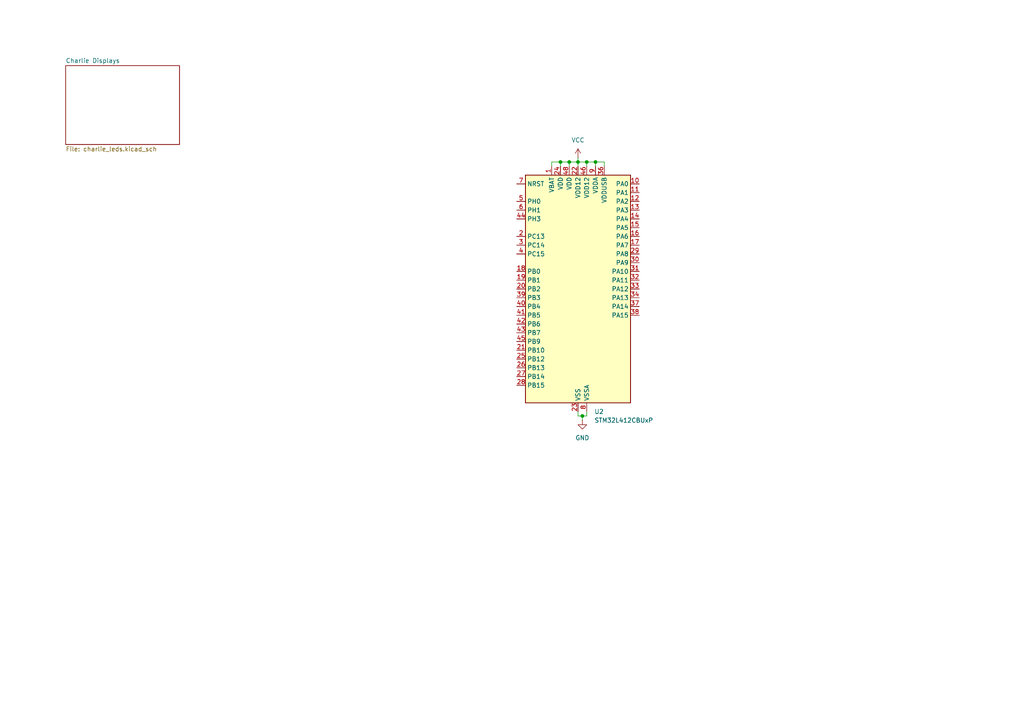
<source format=kicad_sch>
(kicad_sch (version 20231120) (generator "eeschema") (generator_version "8.0")
  (paper "A4")
  (lib_symbols
    (symbol "MCU_ST_STM32L4:STM32L412CBUxP"
      (property "Reference" "U" (at -15.24 34.29 0))
      (property "Value" "STM32L412CBUxP" (at 10.16 34.29 0))
      (symbol "STM32L412CBUxP_0_1"
        (rectangle (start -15.24 -33.02) (end 15.24 33.02) (stroke (width 0.254)) (fill (type background)))
      )
      (symbol "STM32L412CBUxP_1_1"
        (pin power_in line (at -7.62 35.56 270) (length 2.54) (name "VBAT") (number "1"))
        (pin bidirectional line (at 17.78 30.48 180) (length 2.54) (name "PA0") (number "10"))
        (pin bidirectional line (at 17.78 27.94 180) (length 2.54) (name "PA1") (number "11"))
        (pin bidirectional line (at 17.78 25.4 180) (length 2.54) (name "PA2") (number "12"))
        (pin bidirectional line (at 17.78 22.86 180) (length 2.54) (name "PA3") (number "13"))
        (pin bidirectional line (at 17.78 20.32 180) (length 2.54) (name "PA4") (number "14"))
        (pin bidirectional line (at 17.78 17.78 180) (length 2.54) (name "PA5") (number "15"))
        (pin bidirectional line (at 17.78 15.24 180) (length 2.54) (name "PA6") (number "16"))
        (pin bidirectional line (at 17.78 12.7 180) (length 2.54) (name "PA7") (number "17"))
        (pin bidirectional line (at -17.78 5.08 0) (length 2.54) (name "PB0") (number "18"))
        (pin bidirectional line (at -17.78 2.54 0) (length 2.54) (name "PB1") (number "19"))
        (pin bidirectional line (at -17.78 15.24 0) (length 2.54) (name "PC13") (number "2"))
        (pin bidirectional line (at -17.78 0 0) (length 2.54) (name "PB2") (number "20"))
        (pin bidirectional line (at -17.78 -17.78 0) (length 2.54) (name "PB10") (number "21"))
        (pin power_in line (at 0 35.56 270) (length 2.54) (name "VDD12") (number "22"))
        (pin power_in line (at 0 -35.56 90) (length 2.54) (name "VSS") (number "23"))
        (pin power_in line (at -5.08 35.56 270) (length 2.54) (name "VDD") (number "24"))
        (pin bidirectional line (at -17.78 -20.32 0) (length 2.54) (name "PB12") (number "25"))
        (pin bidirectional line (at -17.78 -22.86 0) (length 2.54) (name "PB13") (number "26"))
        (pin bidirectional line (at -17.78 -25.4 0) (length 2.54) (name "PB14") (number "27"))
        (pin bidirectional line (at -17.78 -27.94 0) (length 2.54) (name "PB15") (number "28"))
        (pin bidirectional line (at 17.78 10.16 180) (length 2.54) (name "PA8") (number "29"))
        (pin bidirectional line (at -17.78 12.7 0) (length 2.54) (name "PC14") (number "3"))
        (pin bidirectional line (at 17.78 7.62 180) (length 2.54) (name "PA9") (number "30"))
        (pin bidirectional line (at 17.78 5.08 180) (length 2.54) (name "PA10") (number "31"))
        (pin bidirectional line (at 17.78 2.54 180) (length 2.54) (name "PA11") (number "32"))
        (pin bidirectional line (at 17.78 0 180) (length 2.54) (name "PA12") (number "33"))
        (pin bidirectional line (at 17.78 -2.54 180) (length 2.54) (name "PA13") (number "34"))
        (pin passive line (at 0 -35.56 90) (length 2.54) hide (name "VSS") (number "35"))
        (pin power_in line (at 7.62 35.56 270) (length 2.54) (name "VDDUSB") (number "36"))
        (pin bidirectional line (at 17.78 -5.08 180) (length 2.54) (name "PA14") (number "37"))
        (pin bidirectional line (at 17.78 -7.62 180) (length 2.54) (name "PA15") (number "38"))
        (pin bidirectional line (at -17.78 -2.54 0) (length 2.54) (name "PB3") (number "39"))
        (pin bidirectional line (at -17.78 10.16 0) (length 2.54) (name "PC15") (number "4"))
        (pin bidirectional line (at -17.78 -5.08 0) (length 2.54) (name "PB4") (number "40"))
        (pin bidirectional line (at -17.78 -7.62 0) (length 2.54) (name "PB5") (number "41"))
        (pin bidirectional line (at -17.78 -10.16 0) (length 2.54) (name "PB6") (number "42"))
        (pin bidirectional line (at -17.78 -12.7 0) (length 2.54) (name "PB7") (number "43"))
        (pin bidirectional line (at -17.78 20.32 0) (length 2.54) (name "PH3") (number "44"))
        (pin bidirectional line (at -17.78 -15.24 0) (length 2.54) (name "PB9") (number "45"))
        (pin power_in line (at 2.54 35.56 270) (length 2.54) (name "VDD12") (number "46"))
        (pin passive line (at 0 -35.56 90) (length 2.54) hide (name "VSS") (number "47"))
        (pin power_in line (at -2.54 35.56 270) (length 2.54) (name "VDD") (number "48"))
        (pin passive line (at 0 -35.56 90) (length 2.54) hide (name "VSS") (number "49"))
        (pin bidirectional line (at -17.78 25.4 0) (length 2.54) (name "PH0") (number "5"))
        (pin bidirectional line (at -17.78 22.86 0) (length 2.54) (name "PH1") (number "6"))
        (pin input line (at -17.78 30.48 0) (length 2.54) (name "NRST") (number "7"))
        (pin power_in line (at 2.54 -35.56 90) (length 2.54) (name "VSSA") (number "8"))
        (pin power_in line (at 5.08 35.56 270) (length 2.54) (name "VDDA") (number "9"))
      )
    )
    (symbol "power:GND" (power) (pin_numbers hide) (pin_names (offset 0) hide)
      (property "Value" "GND" (at 0 -3.81 0))
      (symbol "GND_0_1"
        (polyline (pts (xy 0 0) (xy 0 -1.27) (xy 1.27 -1.27) (xy 0 -2.54) (xy -1.27 -1.27) (xy 0 -1.27)))
      )
      (symbol "GND_1_1"
        (pin power_in line (at 0 0 270) (length 0) (name "~") (number "1"))
      )
    )
    (symbol "power:VCC" (power) (pin_numbers hide) (pin_names (offset 0) hide)
      (property "Value" "VCC" (at 0 3.556 0))
      (symbol "VCC_0_1"
        (polyline (pts (xy -0.762 1.27) (xy 0 2.54)))
        (polyline (pts (xy 0 0) (xy 0 2.54)))
        (polyline (pts (xy 0 2.54) (xy 0.762 1.27)))
      )
      (symbol "VCC_1_1"
        (pin power_in line (at 0 0 90) (length 0) (name "~") (number "1"))
      )
    )
  )
  (junction (at 162.56 46.99))
  (junction (at 170.18 46.99))
  (junction (at 165.1 46.99))
  (junction (at 168.91 120.65))
  (junction (at 167.64 46.99))
  (junction (at 172.72 46.99))
  (wire (pts (xy 170.18 120.65) (xy 168.91 120.65)))
  (wire (pts (xy 167.64 46.99) (xy 170.18 46.99)))
  (wire (pts (xy 168.91 120.65) (xy 168.91 121.92)))
  (wire (pts (xy 165.1 46.99) (xy 165.1 48.26)))
  (wire (pts (xy 162.56 46.99) (xy 165.1 46.99)))
  (wire (pts (xy 167.64 45.72) (xy 167.64 46.99)))
  (wire (pts (xy 172.72 46.99) (xy 172.72 48.26)))
  (wire (pts (xy 167.64 46.99) (xy 167.64 48.26)))
  (wire (pts (xy 167.64 119.38) (xy 167.64 120.65)))
  (wire (pts (xy 170.18 119.38) (xy 170.18 120.65)))
  (wire (pts (xy 170.18 46.99) (xy 172.72 46.99)))
  (wire (pts (xy 167.64 120.65) (xy 168.91 120.65)))
  (wire (pts (xy 175.26 46.99) (xy 175.26 48.26)))
  (wire (pts (xy 172.72 46.99) (xy 175.26 46.99)))
  (wire (pts (xy 160.02 46.99) (xy 162.56 46.99)))
  (wire (pts (xy 165.1 46.99) (xy 167.64 46.99)))
  (wire (pts (xy 162.56 46.99) (xy 162.56 48.26)))
  (wire (pts (xy 170.18 46.99) (xy 170.18 48.26)))
  (wire (pts (xy 160.02 48.26) (xy 160.02 46.99)))
  (symbol (lib_id "power:VCC") (at 167.64 45.72 0) (unit 1)
    (property "Reference" "#PWR01" (effects (hide yes)))
    (property "Value" "VCC" (at 167.64 40.64 0))
    (property "Description" "Power symbol creates a global label with name \"VCC\"" (effects (hide yes)))
  )
  (symbol (lib_id "power:GND") (at 168.91 121.92 0) (unit 1)
    (property "Reference" "#PWR02" (effects (hide yes)))
    (property "Value" "GND" (at 168.91 127 0))
    (property "Description" "Power symbol creates a global label with name \"GND\" , ground" (effects (hide yes)))
  )
  (symbol (lib_id "MCU_ST_STM32L4:STM32L412CBUxP") (at 167.64 83.82 0) (unit 1)
    (property "Reference" "U2" (at 172.3741 119.38 0) (effects (justify left)))
    (property "Value" "STM32L412CBUxP" (at 172.3741 121.92 0) (effects (justify left)))
    (property "Footprint" "Package_DFN_QFN:QFN-48-1EP_7x7mm_P0.5mm_EP5.6x5.6mm" (effects (hide yes)))
    (property "Datasheet" "https://www.st.com/resource/en/datasheet/stm32l412cb.pdf" (effects (hide yes)))
    (property "Description" "STMicroelectronics Arm Cortex-M4 MCU, 128KB flash, 40KB RAM, 80 MHz, 1.71-3.6V, 36 GPIO, UFQFPN48" (effects (hide yes)))
  )
  (sheet (at 19.05 19.05) (size 33.02 22.86) (stroke (width 0.1524))
    (property "Sheetname" "Charlie Displays" (at 19.05 18.3384 0) (effects (justify left bottom)))
    (property "Sheetfile" "charlie_leds.kicad_sch" (at 19.05 42.4946 0) (effects (justify left top)))
  )
)
</source>
